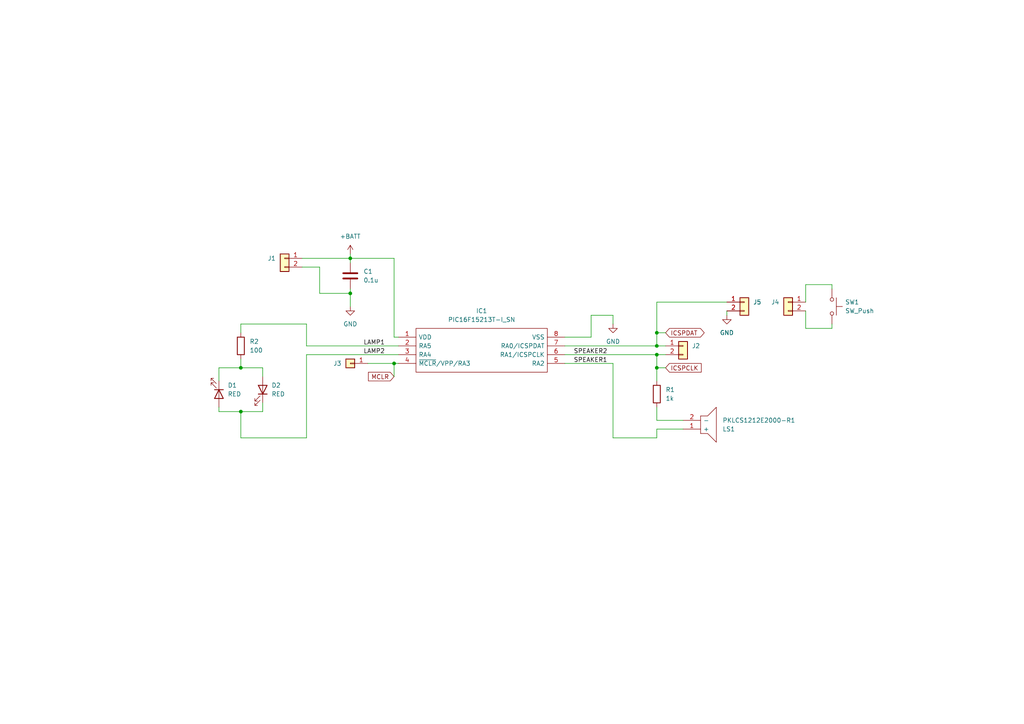
<source format=kicad_sch>
(kicad_sch (version 20230121) (generator eeschema)

  (uuid 6b2851b1-d63a-43f1-83ea-a24c6e85437f)

  (paper "A4")

  (title_block
    (title "Wazuka-Crossing - Simple Version")
    (date "2023-07-31")
    (rev "0")
    (company "Wazuka Chagenkyo Railway")
  )

  (lib_symbols
    (symbol "Connector_Generic:Conn_01x01" (pin_names (offset 1.016) hide) (in_bom yes) (on_board yes)
      (property "Reference" "J" (at 0 2.54 0)
        (effects (font (size 1.27 1.27)))
      )
      (property "Value" "Conn_01x01" (at 0 -2.54 0)
        (effects (font (size 1.27 1.27)))
      )
      (property "Footprint" "" (at 0 0 0)
        (effects (font (size 1.27 1.27)) hide)
      )
      (property "Datasheet" "~" (at 0 0 0)
        (effects (font (size 1.27 1.27)) hide)
      )
      (property "ki_keywords" "connector" (at 0 0 0)
        (effects (font (size 1.27 1.27)) hide)
      )
      (property "ki_description" "Generic connector, single row, 01x01, script generated (kicad-library-utils/schlib/autogen/connector/)" (at 0 0 0)
        (effects (font (size 1.27 1.27)) hide)
      )
      (property "ki_fp_filters" "Connector*:*_1x??_*" (at 0 0 0)
        (effects (font (size 1.27 1.27)) hide)
      )
      (symbol "Conn_01x01_1_1"
        (rectangle (start -1.27 0.127) (end 0 -0.127)
          (stroke (width 0.1524) (type default))
          (fill (type none))
        )
        (rectangle (start -1.27 1.27) (end 1.27 -1.27)
          (stroke (width 0.254) (type default))
          (fill (type background))
        )
        (pin passive line (at -5.08 0 0) (length 3.81)
          (name "Pin_1" (effects (font (size 1.27 1.27))))
          (number "1" (effects (font (size 1.27 1.27))))
        )
      )
    )
    (symbol "Connector_Generic:Conn_01x02" (pin_names (offset 1.016) hide) (in_bom yes) (on_board yes)
      (property "Reference" "J" (at 0 2.54 0)
        (effects (font (size 1.27 1.27)))
      )
      (property "Value" "Conn_01x02" (at 0 -5.08 0)
        (effects (font (size 1.27 1.27)))
      )
      (property "Footprint" "" (at 0 0 0)
        (effects (font (size 1.27 1.27)) hide)
      )
      (property "Datasheet" "~" (at 0 0 0)
        (effects (font (size 1.27 1.27)) hide)
      )
      (property "ki_keywords" "connector" (at 0 0 0)
        (effects (font (size 1.27 1.27)) hide)
      )
      (property "ki_description" "Generic connector, single row, 01x02, script generated (kicad-library-utils/schlib/autogen/connector/)" (at 0 0 0)
        (effects (font (size 1.27 1.27)) hide)
      )
      (property "ki_fp_filters" "Connector*:*_1x??_*" (at 0 0 0)
        (effects (font (size 1.27 1.27)) hide)
      )
      (symbol "Conn_01x02_1_1"
        (rectangle (start -1.27 -2.413) (end 0 -2.667)
          (stroke (width 0.1524) (type default))
          (fill (type none))
        )
        (rectangle (start -1.27 0.127) (end 0 -0.127)
          (stroke (width 0.1524) (type default))
          (fill (type none))
        )
        (rectangle (start -1.27 1.27) (end 1.27 -3.81)
          (stroke (width 0.254) (type default))
          (fill (type background))
        )
        (pin passive line (at -5.08 0 0) (length 3.81)
          (name "Pin_1" (effects (font (size 1.27 1.27))))
          (number "1" (effects (font (size 1.27 1.27))))
        )
        (pin passive line (at -5.08 -2.54 0) (length 3.81)
          (name "Pin_2" (effects (font (size 1.27 1.27))))
          (number "2" (effects (font (size 1.27 1.27))))
        )
      )
    )
    (symbol "Device:C" (pin_numbers hide) (pin_names (offset 0.254)) (in_bom yes) (on_board yes)
      (property "Reference" "C" (at 0.635 2.54 0)
        (effects (font (size 1.27 1.27)) (justify left))
      )
      (property "Value" "C" (at 0.635 -2.54 0)
        (effects (font (size 1.27 1.27)) (justify left))
      )
      (property "Footprint" "" (at 0.9652 -3.81 0)
        (effects (font (size 1.27 1.27)) hide)
      )
      (property "Datasheet" "~" (at 0 0 0)
        (effects (font (size 1.27 1.27)) hide)
      )
      (property "ki_keywords" "cap capacitor" (at 0 0 0)
        (effects (font (size 1.27 1.27)) hide)
      )
      (property "ki_description" "Unpolarized capacitor" (at 0 0 0)
        (effects (font (size 1.27 1.27)) hide)
      )
      (property "ki_fp_filters" "C_*" (at 0 0 0)
        (effects (font (size 1.27 1.27)) hide)
      )
      (symbol "C_0_1"
        (polyline
          (pts
            (xy -2.032 -0.762)
            (xy 2.032 -0.762)
          )
          (stroke (width 0.508) (type default))
          (fill (type none))
        )
        (polyline
          (pts
            (xy -2.032 0.762)
            (xy 2.032 0.762)
          )
          (stroke (width 0.508) (type default))
          (fill (type none))
        )
      )
      (symbol "C_1_1"
        (pin passive line (at 0 3.81 270) (length 2.794)
          (name "~" (effects (font (size 1.27 1.27))))
          (number "1" (effects (font (size 1.27 1.27))))
        )
        (pin passive line (at 0 -3.81 90) (length 2.794)
          (name "~" (effects (font (size 1.27 1.27))))
          (number "2" (effects (font (size 1.27 1.27))))
        )
      )
    )
    (symbol "Device:LED" (pin_numbers hide) (pin_names (offset 1.016) hide) (in_bom yes) (on_board yes)
      (property "Reference" "D" (at 0 2.54 0)
        (effects (font (size 1.27 1.27)))
      )
      (property "Value" "LED" (at 0 -2.54 0)
        (effects (font (size 1.27 1.27)))
      )
      (property "Footprint" "" (at 0 0 0)
        (effects (font (size 1.27 1.27)) hide)
      )
      (property "Datasheet" "~" (at 0 0 0)
        (effects (font (size 1.27 1.27)) hide)
      )
      (property "ki_keywords" "LED diode" (at 0 0 0)
        (effects (font (size 1.27 1.27)) hide)
      )
      (property "ki_description" "Light emitting diode" (at 0 0 0)
        (effects (font (size 1.27 1.27)) hide)
      )
      (property "ki_fp_filters" "LED* LED_SMD:* LED_THT:*" (at 0 0 0)
        (effects (font (size 1.27 1.27)) hide)
      )
      (symbol "LED_0_1"
        (polyline
          (pts
            (xy -1.27 -1.27)
            (xy -1.27 1.27)
          )
          (stroke (width 0.254) (type default))
          (fill (type none))
        )
        (polyline
          (pts
            (xy -1.27 0)
            (xy 1.27 0)
          )
          (stroke (width 0) (type default))
          (fill (type none))
        )
        (polyline
          (pts
            (xy 1.27 -1.27)
            (xy 1.27 1.27)
            (xy -1.27 0)
            (xy 1.27 -1.27)
          )
          (stroke (width 0.254) (type default))
          (fill (type none))
        )
        (polyline
          (pts
            (xy -3.048 -0.762)
            (xy -4.572 -2.286)
            (xy -3.81 -2.286)
            (xy -4.572 -2.286)
            (xy -4.572 -1.524)
          )
          (stroke (width 0) (type default))
          (fill (type none))
        )
        (polyline
          (pts
            (xy -1.778 -0.762)
            (xy -3.302 -2.286)
            (xy -2.54 -2.286)
            (xy -3.302 -2.286)
            (xy -3.302 -1.524)
          )
          (stroke (width 0) (type default))
          (fill (type none))
        )
      )
      (symbol "LED_1_1"
        (pin passive line (at -3.81 0 0) (length 2.54)
          (name "K" (effects (font (size 1.27 1.27))))
          (number "1" (effects (font (size 1.27 1.27))))
        )
        (pin passive line (at 3.81 0 180) (length 2.54)
          (name "A" (effects (font (size 1.27 1.27))))
          (number "2" (effects (font (size 1.27 1.27))))
        )
      )
    )
    (symbol "Device:R" (pin_numbers hide) (pin_names (offset 0)) (in_bom yes) (on_board yes)
      (property "Reference" "R" (at 2.032 0 90)
        (effects (font (size 1.27 1.27)))
      )
      (property "Value" "R" (at 0 0 90)
        (effects (font (size 1.27 1.27)))
      )
      (property "Footprint" "" (at -1.778 0 90)
        (effects (font (size 1.27 1.27)) hide)
      )
      (property "Datasheet" "~" (at 0 0 0)
        (effects (font (size 1.27 1.27)) hide)
      )
      (property "ki_keywords" "R res resistor" (at 0 0 0)
        (effects (font (size 1.27 1.27)) hide)
      )
      (property "ki_description" "Resistor" (at 0 0 0)
        (effects (font (size 1.27 1.27)) hide)
      )
      (property "ki_fp_filters" "R_*" (at 0 0 0)
        (effects (font (size 1.27 1.27)) hide)
      )
      (symbol "R_0_1"
        (rectangle (start -1.016 -2.54) (end 1.016 2.54)
          (stroke (width 0.254) (type default))
          (fill (type none))
        )
      )
      (symbol "R_1_1"
        (pin passive line (at 0 3.81 270) (length 1.27)
          (name "~" (effects (font (size 1.27 1.27))))
          (number "1" (effects (font (size 1.27 1.27))))
        )
        (pin passive line (at 0 -3.81 90) (length 1.27)
          (name "~" (effects (font (size 1.27 1.27))))
          (number "2" (effects (font (size 1.27 1.27))))
        )
      )
    )
    (symbol "MyLibrary:PIC16F15213T-I_SN" (pin_names (offset 0.762)) (in_bom yes) (on_board yes)
      (property "Reference" "IC1" (at 24.13 7.62 0)
        (effects (font (size 1.27 1.27)))
      )
      (property "Value" "PIC16F15213T-I_SN" (at 24.13 5.08 0)
        (effects (font (size 1.27 1.27)))
      )
      (property "Footprint" "Package_SO:SOP-8_3.9x4.9mm_P1.27mm" (at 44.45 2.54 0)
        (effects (font (size 1.27 1.27)) (justify left) hide)
      )
      (property "Datasheet" "https://ms.componentsearchengine.com/Datasheets/2/PIC16F15213T-I_SN.pdf" (at 44.45 0 0)
        (effects (font (size 1.27 1.27)) (justify left) hide)
      )
      (property "Height" "1.75" (at 44.45 -5.08 0)
        (effects (font (size 1.27 1.27)) (justify left) hide)
      )
      (property "Description" "MICROCHIP - PIC16F15213T-I/SN - 8 Bit MCU, PIC16 Family PIC16F152xx Series Microcontrollers, 32 MHz, 3.5 KB, 256 Byte, 8 Pins" (at 44.45 -2.54 0)
        (effects (font (size 1.27 1.27)) (justify left) hide)
      )
      (property "Manufacturer_Name" "Microchip" (at 44.45 -12.7 0)
        (effects (font (size 1.27 1.27)) (justify left) hide)
      )
      (property "Manufacturer_Part_Number" "PIC16F15213T-I/SN" (at 44.45 -15.24 0)
        (effects (font (size 1.27 1.27)) (justify left) hide)
      )
      (property "ki_description" "MICROCHIP - PIC16F15213T-I/SN - 8 Bit MCU, PIC16 Family PIC16F152xx Series Microcontrollers, 32 MHz, 3.5 KB, 256 Byte, 8 Pins" (at 0 0 0)
        (effects (font (size 1.27 1.27)) hide)
      )
      (symbol "PIC16F15213T-I_SN_0_0"
        (pin passive line (at 0 0 0) (length 5.08)
          (name "VDD" (effects (font (size 1.27 1.27))))
          (number "1" (effects (font (size 1.27 1.27))))
        )
        (pin passive line (at 0 -2.54 0) (length 5.08)
          (name "RA5" (effects (font (size 1.27 1.27))))
          (number "2" (effects (font (size 1.27 1.27))))
        )
        (pin passive line (at 0 -5.08 0) (length 5.08)
          (name "RA4" (effects (font (size 1.27 1.27))))
          (number "3" (effects (font (size 1.27 1.27))))
        )
        (pin passive line (at 0 -7.62 0) (length 5.08)
          (name "~{MCLR}/VPP/RA3" (effects (font (size 1.27 1.27))))
          (number "4" (effects (font (size 1.27 1.27))))
        )
        (pin passive line (at 48.26 -7.62 180) (length 5.08)
          (name "RA2" (effects (font (size 1.27 1.27))))
          (number "5" (effects (font (size 1.27 1.27))))
        )
        (pin passive line (at 48.26 -5.08 180) (length 5.08)
          (name "RA1/ICSPCLK" (effects (font (size 1.27 1.27))))
          (number "6" (effects (font (size 1.27 1.27))))
        )
        (pin passive line (at 48.26 -2.54 180) (length 5.08)
          (name "RA0/ICSPDAT" (effects (font (size 1.27 1.27))))
          (number "7" (effects (font (size 1.27 1.27))))
        )
        (pin passive line (at 48.26 0 180) (length 5.08)
          (name "VSS" (effects (font (size 1.27 1.27))))
          (number "8" (effects (font (size 1.27 1.27))))
        )
      )
      (symbol "PIC16F15213T-I_SN_0_1"
        (polyline
          (pts
            (xy 5.08 2.54)
            (xy 43.18 2.54)
            (xy 43.18 -10.16)
            (xy 5.08 -10.16)
            (xy 5.08 2.54)
          )
          (stroke (width 0.1524) (type solid))
          (fill (type none))
        )
      )
    )
    (symbol "MyLibrary:PKLCS1212E2000-R1" (pin_names (offset 0.762)) (in_bom yes) (on_board yes)
      (property "Reference" "LS1" (at 11.43 0 0)
        (effects (font (size 1.27 1.27)) (justify left))
      )
      (property "Value" "PKLCS1212E2000-R1" (at 11.43 -2.54 0)
        (effects (font (size 1.27 1.27)) (justify left))
      )
      (property "Footprint" "SamacSys:PKLCS1212E2000-R1" (at 11.43 -5.08 0)
        (effects (font (size 1.27 1.27)) (justify left) hide)
      )
      (property "Datasheet" "" (at 11.43 -7.62 0)
        (effects (font (size 1.27 1.27)) (justify left) hide)
      )
      (property "Description" "" (at 11.43 -10.16 0)
        (effects (font (size 1.27 1.27)) (justify left) hide)
      )
      (property "Height" "" (at 11.43 -12.7 0)
        (effects (font (size 1.27 1.27)) (justify left) hide)
      )
      (property "RS Part Number" "" (at 11.43 -15.24 0)
        (effects (font (size 1.27 1.27)) (justify left) hide)
      )
      (property "RS Price/Stock" "" (at 11.43 -17.78 0)
        (effects (font (size 1.27 1.27)) (justify left) hide)
      )
      (property "Manufacturer_Name" "Murata Electronics" (at 11.43 -20.32 0)
        (effects (font (size 1.27 1.27)) (justify left) hide)
      )
      (property "Manufacturer_Part_Number" "PKLCS1212E2000-R1" (at 11.43 -22.86 0)
        (effects (font (size 1.27 1.27)) (justify left) hide)
      )
      (symbol "PKLCS1212E2000-R1_0_0"
        (pin passive line (at 0 0 0) (length 5.08)
          (name "+" (effects (font (size 1.27 1.27))))
          (number "1" (effects (font (size 1.27 1.27))))
        )
        (pin passive line (at 0 -2.54 0) (length 5.08)
          (name "-" (effects (font (size 1.27 1.27))))
          (number "2" (effects (font (size 1.27 1.27))))
        )
      )
      (symbol "PKLCS1212E2000-R1_0_1"
        (polyline
          (pts
            (xy 5.08 1.27)
            (xy 5.08 -3.81)
          )
          (stroke (width 0.1524) (type solid))
          (fill (type none))
        )
        (polyline
          (pts
            (xy 5.08 1.27)
            (xy 7.112 1.27)
            (xy 9.652 3.81)
            (xy 9.652 -6.35)
            (xy 7.112 -3.81)
            (xy 5.08 -3.81)
          )
          (stroke (width 0.1524) (type solid))
          (fill (type none))
        )
      )
    )
    (symbol "Switch:SW_Push" (pin_numbers hide) (pin_names (offset 1.016) hide) (in_bom yes) (on_board yes)
      (property "Reference" "SW" (at 1.27 2.54 0)
        (effects (font (size 1.27 1.27)) (justify left))
      )
      (property "Value" "SW_Push" (at 0 -1.524 0)
        (effects (font (size 1.27 1.27)))
      )
      (property "Footprint" "" (at 0 5.08 0)
        (effects (font (size 1.27 1.27)) hide)
      )
      (property "Datasheet" "~" (at 0 5.08 0)
        (effects (font (size 1.27 1.27)) hide)
      )
      (property "ki_keywords" "switch normally-open pushbutton push-button" (at 0 0 0)
        (effects (font (size 1.27 1.27)) hide)
      )
      (property "ki_description" "Push button switch, generic, two pins" (at 0 0 0)
        (effects (font (size 1.27 1.27)) hide)
      )
      (symbol "SW_Push_0_1"
        (circle (center -2.032 0) (radius 0.508)
          (stroke (width 0) (type default))
          (fill (type none))
        )
        (polyline
          (pts
            (xy 0 1.27)
            (xy 0 3.048)
          )
          (stroke (width 0) (type default))
          (fill (type none))
        )
        (polyline
          (pts
            (xy 2.54 1.27)
            (xy -2.54 1.27)
          )
          (stroke (width 0) (type default))
          (fill (type none))
        )
        (circle (center 2.032 0) (radius 0.508)
          (stroke (width 0) (type default))
          (fill (type none))
        )
        (pin passive line (at -5.08 0 0) (length 2.54)
          (name "1" (effects (font (size 1.27 1.27))))
          (number "1" (effects (font (size 1.27 1.27))))
        )
        (pin passive line (at 5.08 0 180) (length 2.54)
          (name "2" (effects (font (size 1.27 1.27))))
          (number "2" (effects (font (size 1.27 1.27))))
        )
      )
    )
    (symbol "power:+BATT" (power) (pin_names (offset 0)) (in_bom yes) (on_board yes)
      (property "Reference" "#PWR" (at 0 -3.81 0)
        (effects (font (size 1.27 1.27)) hide)
      )
      (property "Value" "+BATT" (at 0 3.556 0)
        (effects (font (size 1.27 1.27)))
      )
      (property "Footprint" "" (at 0 0 0)
        (effects (font (size 1.27 1.27)) hide)
      )
      (property "Datasheet" "" (at 0 0 0)
        (effects (font (size 1.27 1.27)) hide)
      )
      (property "ki_keywords" "global power battery" (at 0 0 0)
        (effects (font (size 1.27 1.27)) hide)
      )
      (property "ki_description" "Power symbol creates a global label with name \"+BATT\"" (at 0 0 0)
        (effects (font (size 1.27 1.27)) hide)
      )
      (symbol "+BATT_0_1"
        (polyline
          (pts
            (xy -0.762 1.27)
            (xy 0 2.54)
          )
          (stroke (width 0) (type default))
          (fill (type none))
        )
        (polyline
          (pts
            (xy 0 0)
            (xy 0 2.54)
          )
          (stroke (width 0) (type default))
          (fill (type none))
        )
        (polyline
          (pts
            (xy 0 2.54)
            (xy 0.762 1.27)
          )
          (stroke (width 0) (type default))
          (fill (type none))
        )
      )
      (symbol "+BATT_1_1"
        (pin power_in line (at 0 0 90) (length 0) hide
          (name "+BATT" (effects (font (size 1.27 1.27))))
          (number "1" (effects (font (size 1.27 1.27))))
        )
      )
    )
    (symbol "power:GND" (power) (pin_names (offset 0)) (in_bom yes) (on_board yes)
      (property "Reference" "#PWR" (at 0 -6.35 0)
        (effects (font (size 1.27 1.27)) hide)
      )
      (property "Value" "GND" (at 0 -3.81 0)
        (effects (font (size 1.27 1.27)))
      )
      (property "Footprint" "" (at 0 0 0)
        (effects (font (size 1.27 1.27)) hide)
      )
      (property "Datasheet" "" (at 0 0 0)
        (effects (font (size 1.27 1.27)) hide)
      )
      (property "ki_keywords" "global power" (at 0 0 0)
        (effects (font (size 1.27 1.27)) hide)
      )
      (property "ki_description" "Power symbol creates a global label with name \"GND\" , ground" (at 0 0 0)
        (effects (font (size 1.27 1.27)) hide)
      )
      (symbol "GND_0_1"
        (polyline
          (pts
            (xy 0 0)
            (xy 0 -1.27)
            (xy 1.27 -1.27)
            (xy 0 -2.54)
            (xy -1.27 -1.27)
            (xy 0 -1.27)
          )
          (stroke (width 0) (type default))
          (fill (type none))
        )
      )
      (symbol "GND_1_1"
        (pin power_in line (at 0 0 270) (length 0) hide
          (name "GND" (effects (font (size 1.27 1.27))))
          (number "1" (effects (font (size 1.27 1.27))))
        )
      )
    )
  )

  (junction (at 101.6 74.93) (diameter 0) (color 0 0 0 0)
    (uuid 2afec35b-a878-4b89-8aa1-1165c4eabc2f)
  )
  (junction (at 190.5 100.33) (diameter 0) (color 0 0 0 0)
    (uuid 3be4ec60-7600-4420-8e41-0eed2bcf0703)
  )
  (junction (at 69.85 119.38) (diameter 0) (color 0 0 0 0)
    (uuid 3e7c2523-7f43-444f-800c-9b0d0c8c1e6f)
  )
  (junction (at 190.5 96.52) (diameter 0) (color 0 0 0 0)
    (uuid 68630da1-837a-4c11-ad3f-5787f8ce8389)
  )
  (junction (at 190.5 106.68) (diameter 0) (color 0 0 0 0)
    (uuid 6ea37e41-1448-4653-bd4c-c742aeebbeb9)
  )
  (junction (at 101.6 85.09) (diameter 0) (color 0 0 0 0)
    (uuid 8c40e067-76f5-4063-8c5f-1e1c16ec841b)
  )
  (junction (at 190.5 102.87) (diameter 0) (color 0 0 0 0)
    (uuid f05d4d09-b695-4eaa-b26e-c5fdb33b2266)
  )
  (junction (at 69.85 106.68) (diameter 0) (color 0 0 0 0)
    (uuid f2ea8e89-335c-42d8-88a0-9384d856d9f7)
  )
  (junction (at 114.3 105.41) (diameter 0) (color 0 0 0 0)
    (uuid fe98c246-04e9-4be1-ade5-f9cdf960f33a)
  )

  (wire (pts (xy 88.9 102.87) (xy 88.9 127))
    (stroke (width 0) (type default))
    (uuid 00e1aa11-1557-47f0-8d41-170f4ff036e0)
  )
  (wire (pts (xy 114.3 74.93) (xy 114.3 97.79))
    (stroke (width 0) (type default))
    (uuid 058365c4-3242-454b-a5d7-b575449de2b1)
  )
  (wire (pts (xy 171.45 91.44) (xy 177.8 91.44))
    (stroke (width 0) (type default))
    (uuid 06419efc-035d-4b19-9c7f-20d1dcca4c2c)
  )
  (wire (pts (xy 190.5 106.68) (xy 190.5 110.49))
    (stroke (width 0) (type default))
    (uuid 0ed277ff-3372-4a87-9402-8f10ad266be3)
  )
  (wire (pts (xy 115.57 105.41) (xy 114.3 105.41))
    (stroke (width 0) (type default))
    (uuid 171de534-d76c-43d4-a067-973b0d019a98)
  )
  (wire (pts (xy 210.82 90.17) (xy 210.82 91.44))
    (stroke (width 0) (type default))
    (uuid 1b65c470-4c6c-41cd-80c7-970d83acdcab)
  )
  (wire (pts (xy 69.85 106.68) (xy 76.2 106.68))
    (stroke (width 0) (type default))
    (uuid 1d71c029-028c-4335-918e-6a55474dd112)
  )
  (wire (pts (xy 233.68 82.55) (xy 241.3 82.55))
    (stroke (width 0) (type default))
    (uuid 21a38c65-3831-431a-8cb3-0a31b7ac9156)
  )
  (wire (pts (xy 171.45 97.79) (xy 163.83 97.79))
    (stroke (width 0) (type default))
    (uuid 23470b6e-ebc0-439e-ac3d-26b74b77a825)
  )
  (wire (pts (xy 233.68 90.17) (xy 233.68 95.25))
    (stroke (width 0) (type default))
    (uuid 25c82b86-b092-4ee8-b61a-a441e15ff84b)
  )
  (wire (pts (xy 190.5 87.63) (xy 190.5 96.52))
    (stroke (width 0) (type default))
    (uuid 2ad7ecf0-3509-46d9-a4bb-e716c8ffe201)
  )
  (wire (pts (xy 190.5 121.92) (xy 198.12 121.92))
    (stroke (width 0) (type default))
    (uuid 2cf3dfcd-16a9-4abd-86f0-574926efe67d)
  )
  (wire (pts (xy 76.2 109.22) (xy 76.2 106.68))
    (stroke (width 0) (type default))
    (uuid 2f28217b-dc20-4e4c-be61-95478e6dd26d)
  )
  (wire (pts (xy 177.8 105.41) (xy 177.8 127))
    (stroke (width 0) (type default))
    (uuid 31796f2f-3981-47a7-993d-057ddd6272b1)
  )
  (wire (pts (xy 101.6 88.9) (xy 101.6 85.09))
    (stroke (width 0) (type default))
    (uuid 35048bd5-45f2-4a99-befe-0ca587947631)
  )
  (wire (pts (xy 177.8 91.44) (xy 177.8 93.98))
    (stroke (width 0) (type default))
    (uuid 416ebd6e-c90c-4991-acf3-bdf3bcdad5bf)
  )
  (wire (pts (xy 69.85 119.38) (xy 69.85 127))
    (stroke (width 0) (type default))
    (uuid 421b8649-f2a1-490c-8f2f-d34ddd62d5ad)
  )
  (wire (pts (xy 101.6 73.66) (xy 101.6 74.93))
    (stroke (width 0) (type default))
    (uuid 44569015-61c8-4675-a1ab-ce3232eeb719)
  )
  (wire (pts (xy 241.3 82.55) (xy 241.3 83.82))
    (stroke (width 0) (type default))
    (uuid 47d70b39-4946-4285-88ee-b7621ac4e4a5)
  )
  (wire (pts (xy 241.3 93.98) (xy 241.3 95.25))
    (stroke (width 0) (type default))
    (uuid 536b4551-6fc4-4fb4-97fc-7c15fa0ab428)
  )
  (wire (pts (xy 114.3 97.79) (xy 115.57 97.79))
    (stroke (width 0) (type default))
    (uuid 5b5ab512-6275-4ed3-8066-fbf80ccbf413)
  )
  (wire (pts (xy 88.9 102.87) (xy 115.57 102.87))
    (stroke (width 0) (type default))
    (uuid 5c0127c8-bbff-4fc9-be2f-b550631f1c60)
  )
  (wire (pts (xy 63.5 110.49) (xy 63.5 106.68))
    (stroke (width 0) (type default))
    (uuid 6e4de746-75b2-4b81-b88e-e7e20cea1954)
  )
  (wire (pts (xy 163.83 102.87) (xy 190.5 102.87))
    (stroke (width 0) (type default))
    (uuid 6f87204c-758d-413d-ba75-dc704630ccc6)
  )
  (wire (pts (xy 63.5 118.11) (xy 63.5 119.38))
    (stroke (width 0) (type default))
    (uuid 7480b652-391b-4846-89ee-fe39372f19fe)
  )
  (wire (pts (xy 114.3 109.22) (xy 114.3 105.41))
    (stroke (width 0) (type default))
    (uuid 750a4b80-9dd2-4bf0-85c7-ef3d00c3c6c9)
  )
  (wire (pts (xy 241.3 95.25) (xy 233.68 95.25))
    (stroke (width 0) (type default))
    (uuid 7b900f27-9f52-416e-adb8-efafd5d4fbdf)
  )
  (wire (pts (xy 190.5 124.46) (xy 190.5 127))
    (stroke (width 0) (type default))
    (uuid 82d8740a-aa9f-47fc-afac-71281d7755bd)
  )
  (wire (pts (xy 190.5 96.52) (xy 193.04 96.52))
    (stroke (width 0) (type default))
    (uuid 8490aa92-3c62-40c8-8efd-6eb22096675f)
  )
  (wire (pts (xy 114.3 105.41) (xy 106.68 105.41))
    (stroke (width 0) (type default))
    (uuid 869cb1f6-4947-4db2-b12c-c66863fff641)
  )
  (wire (pts (xy 63.5 106.68) (xy 69.85 106.68))
    (stroke (width 0) (type default))
    (uuid 8a45e1a3-ca1b-48ab-8e29-a579a04f24ae)
  )
  (wire (pts (xy 190.5 100.33) (xy 193.04 100.33))
    (stroke (width 0) (type default))
    (uuid 97f4c992-47f9-4bf3-8c30-5a16feb0ed8b)
  )
  (wire (pts (xy 88.9 100.33) (xy 115.57 100.33))
    (stroke (width 0) (type default))
    (uuid 98f79088-c7b6-4f1b-83ca-d7ad2ba2b8a7)
  )
  (wire (pts (xy 163.83 100.33) (xy 190.5 100.33))
    (stroke (width 0) (type default))
    (uuid 9c304404-b5c1-4aa0-861d-7cb4f9a44296)
  )
  (wire (pts (xy 101.6 74.93) (xy 114.3 74.93))
    (stroke (width 0) (type default))
    (uuid 9f531890-382a-470e-89b1-4660b3a9019b)
  )
  (wire (pts (xy 92.71 77.47) (xy 92.71 85.09))
    (stroke (width 0) (type default))
    (uuid 9fe63a3d-b263-4ef8-b76f-719339c172b4)
  )
  (wire (pts (xy 190.5 124.46) (xy 198.12 124.46))
    (stroke (width 0) (type default))
    (uuid a93f17d8-592a-4a7f-bc86-1fe3767e348f)
  )
  (wire (pts (xy 87.63 74.93) (xy 101.6 74.93))
    (stroke (width 0) (type default))
    (uuid ab617623-7aec-4c9b-8559-1b8ba9e33a9a)
  )
  (wire (pts (xy 88.9 93.98) (xy 88.9 100.33))
    (stroke (width 0) (type default))
    (uuid b098a7ea-9ec0-48c6-9328-233ce042748a)
  )
  (wire (pts (xy 69.85 104.14) (xy 69.85 106.68))
    (stroke (width 0) (type default))
    (uuid bc5789ac-38cf-4b25-afe3-ad2e8f621dc3)
  )
  (wire (pts (xy 92.71 85.09) (xy 101.6 85.09))
    (stroke (width 0) (type default))
    (uuid bf48b6a5-28d4-4d1c-9e8e-b2b12cad1f22)
  )
  (wire (pts (xy 76.2 116.84) (xy 76.2 119.38))
    (stroke (width 0) (type default))
    (uuid c66de466-b4e9-4695-bfc5-2b55f504b8c5)
  )
  (wire (pts (xy 101.6 85.09) (xy 101.6 83.82))
    (stroke (width 0) (type default))
    (uuid c7852679-b75b-43a5-ae03-9b8f573f61a5)
  )
  (wire (pts (xy 210.82 87.63) (xy 190.5 87.63))
    (stroke (width 0) (type default))
    (uuid c79dc61b-d0f0-40fc-afd4-a6e2e1ef374b)
  )
  (wire (pts (xy 69.85 96.52) (xy 69.85 93.98))
    (stroke (width 0) (type default))
    (uuid cab6a0ba-d2ca-402e-bc96-bf6a330f2aa6)
  )
  (wire (pts (xy 190.5 106.68) (xy 193.04 106.68))
    (stroke (width 0) (type default))
    (uuid cd0af656-6ebb-49c2-85b8-f6b4dfbaa10c)
  )
  (wire (pts (xy 87.63 77.47) (xy 92.71 77.47))
    (stroke (width 0) (type default))
    (uuid ce98ca3e-d5c5-4fe5-809f-63b987ac7174)
  )
  (wire (pts (xy 177.8 127) (xy 190.5 127))
    (stroke (width 0) (type default))
    (uuid d3dc59fd-db18-4f99-b572-7311964538c7)
  )
  (wire (pts (xy 101.6 76.2) (xy 101.6 74.93))
    (stroke (width 0) (type default))
    (uuid d3e7a79b-7964-4966-80c7-be59f094e374)
  )
  (wire (pts (xy 69.85 93.98) (xy 88.9 93.98))
    (stroke (width 0) (type default))
    (uuid d40e9223-385a-46af-9e5f-7ca220852b38)
  )
  (wire (pts (xy 190.5 96.52) (xy 190.5 100.33))
    (stroke (width 0) (type default))
    (uuid d689c722-8aca-4ece-a31f-6ed6c5546b73)
  )
  (wire (pts (xy 163.83 105.41) (xy 177.8 105.41))
    (stroke (width 0) (type default))
    (uuid d8a22af0-5e65-4367-bc1b-d0b5db9b601b)
  )
  (wire (pts (xy 69.85 119.38) (xy 63.5 119.38))
    (stroke (width 0) (type default))
    (uuid da3aec3a-56e8-4b69-ab74-69dba2e92935)
  )
  (wire (pts (xy 190.5 102.87) (xy 193.04 102.87))
    (stroke (width 0) (type default))
    (uuid df2b7871-055e-4218-9389-23d9a82abc29)
  )
  (wire (pts (xy 190.5 102.87) (xy 190.5 106.68))
    (stroke (width 0) (type default))
    (uuid eb545fb4-3932-442c-a57b-fa786c2b7f95)
  )
  (wire (pts (xy 69.85 127) (xy 88.9 127))
    (stroke (width 0) (type default))
    (uuid efb35e0e-d32f-4f34-8420-88a381f09ea3)
  )
  (wire (pts (xy 76.2 119.38) (xy 69.85 119.38))
    (stroke (width 0) (type default))
    (uuid f0af9584-e4a8-453f-bc51-6f02968ffc42)
  )
  (wire (pts (xy 190.5 118.11) (xy 190.5 121.92))
    (stroke (width 0) (type default))
    (uuid f22166ed-1fc9-4b66-a1f7-e71d46769bfd)
  )
  (wire (pts (xy 233.68 82.55) (xy 233.68 87.63))
    (stroke (width 0) (type default))
    (uuid f3ad8791-b1d9-41c6-b77c-6746bd873f87)
  )
  (wire (pts (xy 171.45 91.44) (xy 171.45 97.79))
    (stroke (width 0) (type default))
    (uuid fe19bff5-e742-4587-adab-01aa109ac217)
  )

  (label "LAMP1" (at 105.41 100.33 0) (fields_autoplaced)
    (effects (font (size 1.27 1.27)) (justify left bottom))
    (uuid b3b9e09f-a3f4-4a74-9006-59bf04608fc1)
  )
  (label "SPEAKER2" (at 166.37 102.87 0) (fields_autoplaced)
    (effects (font (size 1.27 1.27)) (justify left bottom))
    (uuid b5a564d4-f178-4e5d-a98a-2a0e583b4a5d)
  )
  (label "LAMP2" (at 105.41 102.87 0) (fields_autoplaced)
    (effects (font (size 1.27 1.27)) (justify left bottom))
    (uuid d4048c80-9191-4902-9c49-3433ba1b6bf7)
  )
  (label "SPEAKER1" (at 166.37 105.41 0) (fields_autoplaced)
    (effects (font (size 1.27 1.27)) (justify left bottom))
    (uuid d9772408-0f5b-49e8-b97a-e39033c08756)
  )

  (global_label "MCLR" (shape input) (at 114.3 109.22 180) (fields_autoplaced)
    (effects (font (size 1.27 1.27)) (justify right))
    (uuid 5e84457e-894e-4032-8bee-09db1ffc9acd)
    (property "Intersheetrefs" "${INTERSHEET_REFS}" (at 106.2953 109.22 0)
      (effects (font (size 1.27 1.27)) (justify right) hide)
    )
  )
  (global_label "ICSPCLK" (shape input) (at 193.04 106.68 0) (fields_autoplaced)
    (effects (font (size 1.27 1.27)) (justify left))
    (uuid a1b53d09-5b35-4595-8985-f73ac9ea1ca2)
    (property "Intersheetrefs" "${INTERSHEET_REFS}" (at 203.9476 106.68 0)
      (effects (font (size 1.27 1.27)) (justify left) hide)
    )
  )
  (global_label "ICSPDAT" (shape bidirectional) (at 193.04 96.52 0) (fields_autoplaced)
    (effects (font (size 1.27 1.27)) (justify left))
    (uuid c1a5ca83-10aa-430a-9d66-e7696768c262)
    (property "Intersheetrefs" "${INTERSHEET_REFS}" (at 204.817 96.52 0)
      (effects (font (size 1.27 1.27)) (justify left) hide)
    )
  )

  (symbol (lib_id "Connector_Generic:Conn_01x02") (at 82.55 74.93 0) (mirror y) (unit 1)
    (in_bom no) (on_board yes) (dnp no)
    (uuid 10fe45fe-8740-44ea-8b17-715c0153f4ad)
    (property "Reference" "J1" (at 80.01 74.93 0)
      (effects (font (size 1.27 1.27)) (justify left))
    )
    (property "Value" "Conn_01x02" (at 80.01 77.47 0)
      (effects (font (size 1.27 1.27)) (justify left) hide)
    )
    (property "Footprint" "MyLibrary:JP_2T" (at 82.55 74.93 0)
      (effects (font (size 1.27 1.27)) hide)
    )
    (property "Datasheet" "~" (at 82.55 74.93 0)
      (effects (font (size 1.27 1.27)) hide)
    )
    (pin "1" (uuid 9151f95a-51ea-435f-b4d3-abbe2bd3eec1))
    (pin "2" (uuid ac0eeeda-5c12-46e2-b9f3-ce1d314f7ea2))
    (instances
      (project "simple"
        (path "/6b2851b1-d63a-43f1-83ea-a24c6e85437f"
          (reference "J1") (unit 1)
        )
      )
    )
  )

  (symbol (lib_id "power:GND") (at 177.8 93.98 0) (unit 1)
    (in_bom yes) (on_board yes) (dnp no) (fields_autoplaced)
    (uuid 21abb08c-e154-49f9-9c49-d93d46662b1b)
    (property "Reference" "#PWR02" (at 177.8 100.33 0)
      (effects (font (size 1.27 1.27)) hide)
    )
    (property "Value" "GND" (at 177.8 99.06 0)
      (effects (font (size 1.27 1.27)))
    )
    (property "Footprint" "" (at 177.8 93.98 0)
      (effects (font (size 1.27 1.27)) hide)
    )
    (property "Datasheet" "" (at 177.8 93.98 0)
      (effects (font (size 1.27 1.27)) hide)
    )
    (pin "1" (uuid db902eea-575f-4f3a-9b3f-817f824024d6))
    (instances
      (project "simple"
        (path "/6b2851b1-d63a-43f1-83ea-a24c6e85437f"
          (reference "#PWR02") (unit 1)
        )
      )
    )
  )

  (symbol (lib_id "Device:R") (at 69.85 100.33 0) (unit 1)
    (in_bom yes) (on_board yes) (dnp no) (fields_autoplaced)
    (uuid 474d643c-dd1f-4778-bdcb-5257c7cdac57)
    (property "Reference" "R2" (at 72.39 99.06 0)
      (effects (font (size 1.27 1.27)) (justify left))
    )
    (property "Value" "100" (at 72.39 101.6 0)
      (effects (font (size 1.27 1.27)) (justify left))
    )
    (property "Footprint" "Resistor_SMD:R_0603_1608Metric" (at 68.072 100.33 90)
      (effects (font (size 1.27 1.27)) hide)
    )
    (property "Datasheet" "~" (at 69.85 100.33 0)
      (effects (font (size 1.27 1.27)) hide)
    )
    (pin "1" (uuid feba62f0-d791-440b-9c4f-c7069d2a4b6c))
    (pin "2" (uuid 0d68154a-3039-4c8d-818d-c6b07d209d3c))
    (instances
      (project "simple"
        (path "/6b2851b1-d63a-43f1-83ea-a24c6e85437f"
          (reference "R2") (unit 1)
        )
      )
    )
  )

  (symbol (lib_id "MyLibrary:PIC16F15213T-I_SN") (at 115.57 97.79 0) (unit 1)
    (in_bom yes) (on_board yes) (dnp no) (fields_autoplaced)
    (uuid 536a7562-1f36-4776-a8a3-5449fab305ec)
    (property "Reference" "IC1" (at 139.7 90.17 0)
      (effects (font (size 1.27 1.27)))
    )
    (property "Value" "PIC16F15213T-I_SN" (at 139.7 92.71 0)
      (effects (font (size 1.27 1.27)))
    )
    (property "Footprint" "Package_SO:SO-8_3.9x4.9mm_P1.27mm" (at 160.02 95.25 0)
      (effects (font (size 1.27 1.27)) (justify left) hide)
    )
    (property "Datasheet" "https://ms.componentsearchengine.com/Datasheets/2/PIC16F15213T-I_SN.pdf" (at 160.02 97.79 0)
      (effects (font (size 1.27 1.27)) (justify left) hide)
    )
    (property "Description" "MICROCHIP - PIC16F15213T-I/SN - 8 Bit MCU, PIC16 Family PIC16F152xx Series Microcontrollers, 32 MHz, 3.5 KB, 256 Byte, 8 Pins" (at 160.02 100.33 0)
      (effects (font (size 1.27 1.27)) (justify left) hide)
    )
    (property "Height" "1.75" (at 160.02 102.87 0)
      (effects (font (size 1.27 1.27)) (justify left) hide)
    )
    (property "Manufacturer_Name" "Microchip" (at 160.02 110.49 0)
      (effects (font (size 1.27 1.27)) (justify left) hide)
    )
    (property "Manufacturer_Part_Number" "PIC16F15213T-I/SN" (at 160.02 113.03 0)
      (effects (font (size 1.27 1.27)) (justify left) hide)
    )
    (pin "1" (uuid 06c97eea-899a-46b3-90e9-056164887fa3))
    (pin "2" (uuid 9fdfa828-61bc-4022-b48b-e577a8f47014))
    (pin "3" (uuid 5131a1b3-0dca-4838-8d05-222b012416ee))
    (pin "4" (uuid 152490c9-d146-44ed-bd58-451f8aaa9875))
    (pin "5" (uuid cc572075-fbce-481e-89e8-e2366bf4a454))
    (pin "6" (uuid 27172003-c563-4eb3-b1cb-755e945bcfcd))
    (pin "7" (uuid f6124831-df12-4854-9ef4-356649348fd4))
    (pin "8" (uuid 890c982a-22ac-49df-a461-c31bf6f32aa1))
    (instances
      (project "simple"
        (path "/6b2851b1-d63a-43f1-83ea-a24c6e85437f"
          (reference "IC1") (unit 1)
        )
      )
    )
  )

  (symbol (lib_id "power:GND") (at 210.82 91.44 0) (unit 1)
    (in_bom yes) (on_board yes) (dnp no) (fields_autoplaced)
    (uuid 53f960e7-5ebe-411b-a3dd-96e7433d3725)
    (property "Reference" "#PWR03" (at 210.82 97.79 0)
      (effects (font (size 1.27 1.27)) hide)
    )
    (property "Value" "GND" (at 210.82 96.52 0)
      (effects (font (size 1.27 1.27)))
    )
    (property "Footprint" "" (at 210.82 91.44 0)
      (effects (font (size 1.27 1.27)) hide)
    )
    (property "Datasheet" "" (at 210.82 91.44 0)
      (effects (font (size 1.27 1.27)) hide)
    )
    (pin "1" (uuid 7a69f5ab-2cad-426a-864d-1c46592400ea))
    (instances
      (project "simple"
        (path "/6b2851b1-d63a-43f1-83ea-a24c6e85437f"
          (reference "#PWR03") (unit 1)
        )
      )
    )
  )

  (symbol (lib_id "power:GND") (at 101.6 88.9 0) (unit 1)
    (in_bom yes) (on_board yes) (dnp no) (fields_autoplaced)
    (uuid 590ddab9-36b2-48bd-ae09-79dbfb421263)
    (property "Reference" "#PWR04" (at 101.6 95.25 0)
      (effects (font (size 1.27 1.27)) hide)
    )
    (property "Value" "GND" (at 101.6 93.98 0)
      (effects (font (size 1.27 1.27)))
    )
    (property "Footprint" "" (at 101.6 88.9 0)
      (effects (font (size 1.27 1.27)) hide)
    )
    (property "Datasheet" "" (at 101.6 88.9 0)
      (effects (font (size 1.27 1.27)) hide)
    )
    (pin "1" (uuid d5d914f2-0449-4e57-ba94-1b85c1a08863))
    (instances
      (project "simple"
        (path "/6b2851b1-d63a-43f1-83ea-a24c6e85437f"
          (reference "#PWR04") (unit 1)
        )
      )
    )
  )

  (symbol (lib_id "Connector_Generic:Conn_01x01") (at 101.6 105.41 0) (mirror y) (unit 1)
    (in_bom no) (on_board yes) (dnp no)
    (uuid 78953eda-2a89-4e13-8e8e-17df7ed385f9)
    (property "Reference" "J3" (at 99.06 105.41 0)
      (effects (font (size 1.27 1.27)) (justify left))
    )
    (property "Value" "Conn_01x01" (at 90.17 106.68 0)
      (effects (font (size 1.27 1.27)) (justify left) hide)
    )
    (property "Footprint" "MyLibrary:JP_1T" (at 101.6 105.41 0)
      (effects (font (size 1.27 1.27)) hide)
    )
    (property "Datasheet" "~" (at 101.6 105.41 0)
      (effects (font (size 1.27 1.27)) hide)
    )
    (pin "1" (uuid eb521bfc-e234-4c3d-96ea-a1ab60bb49e6))
    (instances
      (project "simple"
        (path "/6b2851b1-d63a-43f1-83ea-a24c6e85437f"
          (reference "J3") (unit 1)
        )
      )
    )
  )

  (symbol (lib_id "power:+BATT") (at 101.6 73.66 0) (unit 1)
    (in_bom yes) (on_board yes) (dnp no) (fields_autoplaced)
    (uuid 7da53f03-1fe4-4745-87fd-651385186958)
    (property "Reference" "#PWR01" (at 101.6 77.47 0)
      (effects (font (size 1.27 1.27)) hide)
    )
    (property "Value" "+BATT" (at 101.6 68.58 0)
      (effects (font (size 1.27 1.27)))
    )
    (property "Footprint" "" (at 101.6 73.66 0)
      (effects (font (size 1.27 1.27)) hide)
    )
    (property "Datasheet" "" (at 101.6 73.66 0)
      (effects (font (size 1.27 1.27)) hide)
    )
    (pin "1" (uuid da2abe30-9fc0-45b5-b9c7-4f02a19f0613))
    (instances
      (project "simple"
        (path "/6b2851b1-d63a-43f1-83ea-a24c6e85437f"
          (reference "#PWR01") (unit 1)
        )
      )
    )
  )

  (symbol (lib_id "Switch:SW_Push") (at 241.3 88.9 270) (unit 1)
    (in_bom yes) (on_board no) (dnp no) (fields_autoplaced)
    (uuid 7ff354b0-0b0e-40e9-8dac-4588972d3bbb)
    (property "Reference" "SW1" (at 245.11 87.63 90)
      (effects (font (size 1.27 1.27)) (justify left))
    )
    (property "Value" "SW_Push" (at 245.11 90.17 90)
      (effects (font (size 1.27 1.27)) (justify left))
    )
    (property "Footprint" "" (at 246.38 88.9 0)
      (effects (font (size 1.27 1.27)) hide)
    )
    (property "Datasheet" "~" (at 246.38 88.9 0)
      (effects (font (size 1.27 1.27)) hide)
    )
    (pin "1" (uuid ea1df1c7-c0eb-42e0-927b-4027bb44c0ad))
    (pin "2" (uuid 8002a197-5410-43f7-a69f-1ab586560cd9))
    (instances
      (project "simple"
        (path "/6b2851b1-d63a-43f1-83ea-a24c6e85437f"
          (reference "SW1") (unit 1)
        )
      )
    )
  )

  (symbol (lib_id "Device:R") (at 190.5 114.3 180) (unit 1)
    (in_bom yes) (on_board yes) (dnp no) (fields_autoplaced)
    (uuid 888b58f9-858a-4931-9184-3be1b9117e0b)
    (property "Reference" "R1" (at 193.04 113.03 0)
      (effects (font (size 1.27 1.27)) (justify right))
    )
    (property "Value" "1k" (at 193.04 115.57 0)
      (effects (font (size 1.27 1.27)) (justify right))
    )
    (property "Footprint" "Resistor_SMD:R_0603_1608Metric" (at 192.278 114.3 90)
      (effects (font (size 1.27 1.27)) hide)
    )
    (property "Datasheet" "~" (at 190.5 114.3 0)
      (effects (font (size 1.27 1.27)) hide)
    )
    (pin "1" (uuid 8ab59a79-46a3-44c7-b504-6716bafe1cce))
    (pin "2" (uuid 2f8dca68-9076-415c-bf64-ef91d62c4c4e))
    (instances
      (project "simple"
        (path "/6b2851b1-d63a-43f1-83ea-a24c6e85437f"
          (reference "R1") (unit 1)
        )
      )
    )
  )

  (symbol (lib_id "Device:LED") (at 76.2 113.03 270) (mirror x) (unit 1)
    (in_bom yes) (on_board yes) (dnp no)
    (uuid b182157a-48be-4d05-a344-6bdc1fc68999)
    (property "Reference" "D2" (at 78.74 111.76 90)
      (effects (font (size 1.27 1.27)) (justify left))
    )
    (property "Value" "RED" (at 78.74 114.3 90)
      (effects (font (size 1.27 1.27)) (justify left))
    )
    (property "Footprint" "LED_SMD:LED_0603_1608Metric" (at 76.2 113.03 0)
      (effects (font (size 1.27 1.27)) hide)
    )
    (property "Datasheet" "~" (at 76.2 113.03 0)
      (effects (font (size 1.27 1.27)) hide)
    )
    (pin "1" (uuid cda30061-2be9-4508-82a5-5ed1f5a682d1))
    (pin "2" (uuid 0ebcc8ef-db34-4672-b9a8-f5681eba6715))
    (instances
      (project "simple"
        (path "/6b2851b1-d63a-43f1-83ea-a24c6e85437f"
          (reference "D2") (unit 1)
        )
      )
    )
  )

  (symbol (lib_id "Connector_Generic:Conn_01x02") (at 215.9 87.63 0) (unit 1)
    (in_bom no) (on_board yes) (dnp no) (fields_autoplaced)
    (uuid b55cf07c-bedf-4aee-9b4c-9e3e23273a65)
    (property "Reference" "J5" (at 218.44 87.63 0)
      (effects (font (size 1.27 1.27)) (justify left))
    )
    (property "Value" "Conn_01x02" (at 218.44 90.17 0)
      (effects (font (size 1.27 1.27)) (justify left) hide)
    )
    (property "Footprint" "MyLibrary:JP_2T" (at 215.9 87.63 0)
      (effects (font (size 1.27 1.27)) hide)
    )
    (property "Datasheet" "~" (at 215.9 87.63 0)
      (effects (font (size 1.27 1.27)) hide)
    )
    (pin "1" (uuid eb5a4d82-e487-435d-bd12-426fedee74cf))
    (pin "2" (uuid 41bf0f71-3eed-4153-8dc1-5a06a87354bd))
    (instances
      (project "simple"
        (path "/6b2851b1-d63a-43f1-83ea-a24c6e85437f"
          (reference "J5") (unit 1)
        )
      )
    )
  )

  (symbol (lib_id "Connector_Generic:Conn_01x02") (at 198.12 100.33 0) (unit 1)
    (in_bom no) (on_board yes) (dnp no) (fields_autoplaced)
    (uuid b9f050c3-dea3-4730-8bed-0ceeab5c5c4b)
    (property "Reference" "J2" (at 200.66 100.33 0)
      (effects (font (size 1.27 1.27)) (justify left))
    )
    (property "Value" "Conn_01x02" (at 200.66 102.87 0)
      (effects (font (size 1.27 1.27)) (justify left) hide)
    )
    (property "Footprint" "MyLibrary:JP_2T" (at 198.12 100.33 0)
      (effects (font (size 1.27 1.27)) hide)
    )
    (property "Datasheet" "~" (at 198.12 100.33 0)
      (effects (font (size 1.27 1.27)) hide)
    )
    (pin "1" (uuid 9a56d257-1116-43d0-ae63-27d9bde27bfc))
    (pin "2" (uuid a34bca5f-80d5-480c-b3a1-f2895e8f94dc))
    (instances
      (project "simple"
        (path "/6b2851b1-d63a-43f1-83ea-a24c6e85437f"
          (reference "J2") (unit 1)
        )
      )
    )
  )

  (symbol (lib_id "Device:C") (at 101.6 80.01 0) (unit 1)
    (in_bom yes) (on_board yes) (dnp no) (fields_autoplaced)
    (uuid ccd362fe-e5e7-4e4c-aa21-c92c7975c365)
    (property "Reference" "C1" (at 105.41 78.74 0)
      (effects (font (size 1.27 1.27)) (justify left))
    )
    (property "Value" "0.1u" (at 105.41 81.28 0)
      (effects (font (size 1.27 1.27)) (justify left))
    )
    (property "Footprint" "Resistor_SMD:R_0603_1608Metric_Pad0.98x0.95mm_HandSolder" (at 102.5652 83.82 0)
      (effects (font (size 1.27 1.27)) hide)
    )
    (property "Datasheet" "~" (at 101.6 80.01 0)
      (effects (font (size 1.27 1.27)) hide)
    )
    (pin "1" (uuid 05ad8b61-ce7c-4ada-84d5-e50689ca7131))
    (pin "2" (uuid ac2480ef-be0e-4104-84cd-b528d3e3c13c))
    (instances
      (project "simple"
        (path "/6b2851b1-d63a-43f1-83ea-a24c6e85437f"
          (reference "C1") (unit 1)
        )
      )
    )
  )

  (symbol (lib_id "MyLibrary:PKLCS1212E2000-R1") (at 198.12 124.46 0) (mirror x) (unit 1)
    (in_bom yes) (on_board yes) (dnp no)
    (uuid d11f7a8a-cf8e-4917-a14f-c07dabf1809a)
    (property "Reference" "LS1" (at 209.55 124.46 0)
      (effects (font (size 1.27 1.27)) (justify left))
    )
    (property "Value" "PKLCS1212E2000-R1" (at 209.55 121.92 0)
      (effects (font (size 1.27 1.27)) (justify left))
    )
    (property "Footprint" "MyLibrary:PKLCS1212E2000-R1" (at 209.55 119.38 0)
      (effects (font (size 1.27 1.27)) (justify left) hide)
    )
    (property "Datasheet" "" (at 209.55 116.84 0)
      (effects (font (size 1.27 1.27)) (justify left) hide)
    )
    (property "Description" "" (at 209.55 114.3 0)
      (effects (font (size 1.27 1.27)) (justify left) hide)
    )
    (property "Height" "" (at 209.55 111.76 0)
      (effects (font (size 1.27 1.27)) (justify left) hide)
    )
    (property "Manufacturer_Name" "Murata Electronics" (at 209.55 104.14 0)
      (effects (font (size 1.27 1.27)) (justify left) hide)
    )
    (property "Manufacturer_Part_Number" "PKLCS1212E2000-R1" (at 209.55 101.6 0)
      (effects (font (size 1.27 1.27)) (justify left) hide)
    )
    (pin "1" (uuid d2167973-f1c8-436a-9b84-56e4d25ddb87))
    (pin "2" (uuid a31972af-bd2f-43f3-b5b3-d246e0dc586c))
    (instances
      (project "simple"
        (path "/6b2851b1-d63a-43f1-83ea-a24c6e85437f"
          (reference "LS1") (unit 1)
        )
      )
    )
  )

  (symbol (lib_id "Device:LED") (at 63.5 114.3 270) (unit 1)
    (in_bom yes) (on_board yes) (dnp no)
    (uuid ddf3a87b-3edc-4a7a-a425-10d25885c792)
    (property "Reference" "D1" (at 66.04 111.76 90)
      (effects (font (size 1.27 1.27)) (justify left))
    )
    (property "Value" "RED" (at 66.04 114.3 90)
      (effects (font (size 1.27 1.27)) (justify left))
    )
    (property "Footprint" "LED_SMD:LED_0603_1608Metric" (at 63.5 114.3 0)
      (effects (font (size 1.27 1.27)) hide)
    )
    (property "Datasheet" "~" (at 63.5 114.3 0)
      (effects (font (size 1.27 1.27)) hide)
    )
    (pin "1" (uuid 1a64f43f-cf71-4222-baac-32fc280ed293))
    (pin "2" (uuid 1cd4d8b7-75c2-452b-a388-5d12021a7890))
    (instances
      (project "simple"
        (path "/6b2851b1-d63a-43f1-83ea-a24c6e85437f"
          (reference "D1") (unit 1)
        )
      )
    )
  )

  (symbol (lib_id "Connector_Generic:Conn_01x02") (at 228.6 87.63 0) (mirror y) (unit 1)
    (in_bom no) (on_board no) (dnp no)
    (uuid e9de03c7-fef1-4412-95a9-e2ee8233d979)
    (property "Reference" "J4" (at 226.06 87.63 0)
      (effects (font (size 1.27 1.27)) (justify left))
    )
    (property "Value" "Conn_01x02" (at 226.06 90.17 0)
      (effects (font (size 1.27 1.27)) (justify left) hide)
    )
    (property "Footprint" "" (at 228.6 87.63 0)
      (effects (font (size 1.27 1.27)) hide)
    )
    (property "Datasheet" "~" (at 228.6 87.63 0)
      (effects (font (size 1.27 1.27)) hide)
    )
    (pin "1" (uuid 33b8225b-db8a-4f7f-a1ec-e1b1439e4753))
    (pin "2" (uuid b3a1bb8c-dcd8-4678-81dd-d430acdd7db8))
    (instances
      (project "simple"
        (path "/6b2851b1-d63a-43f1-83ea-a24c6e85437f"
          (reference "J4") (unit 1)
        )
      )
    )
  )

  (sheet_instances
    (path "/" (page "1"))
  )
)

</source>
